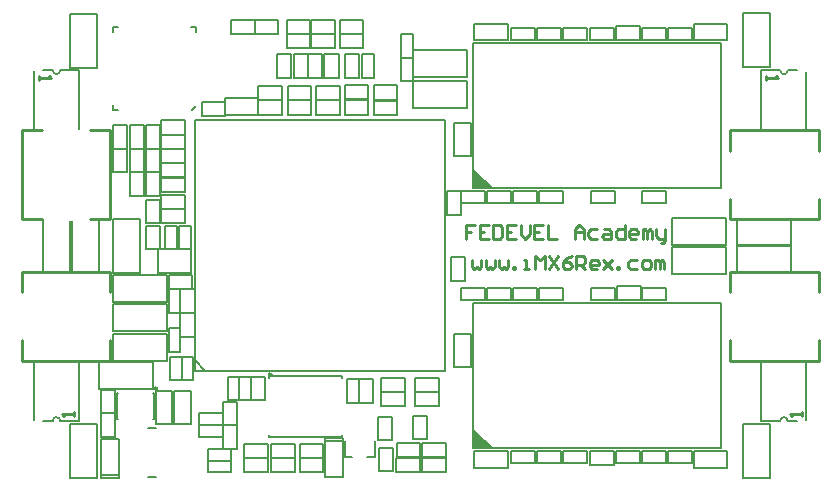
<source format=gto>
%FSLAX44Y44*%
%MOMM*%
G71*
G01*
G75*
G04 Layer_Color=65535*
%ADD10C,0.3500*%
%ADD11R,1.6000X3.9000*%
%ADD12R,5.2000X5.2000*%
%ADD13R,0.6000X0.2500*%
%ADD14R,0.2500X0.6000*%
%ADD15R,0.5000X0.6000*%
%ADD16R,0.2500X0.5000*%
%ADD17R,2.4000X0.8400*%
%ADD18R,3.4000X4.0000*%
%ADD19R,0.9000X0.4500*%
%ADD20R,0.6000X0.5000*%
%ADD21R,0.5000X0.5000*%
%ADD22R,0.5000X0.5000*%
%ADD23R,0.8000X0.8000*%
%ADD24R,0.7500X1.4000*%
%ADD25R,0.8000X0.8000*%
%ADD26R,1.8288X3.4290*%
%ADD27R,3.4290X1.8288*%
%ADD28R,0.9000X1.6000*%
%ADD29R,1.6000X0.9000*%
%ADD30R,1.2000X0.5800*%
%ADD31C,1.0160*%
%ADD32C,0.4000*%
%ADD33C,0.6350*%
%ADD34R,0.7000X0.9000*%
%ADD35C,0.0930*%
%ADD36C,0.3000*%
%ADD37C,0.0900*%
%ADD38C,0.2500*%
%ADD39C,0.4000*%
%ADD40C,0.1010*%
%ADD41C,0.2000*%
%ADD42C,0.5000*%
%ADD43C,0.7000*%
%ADD44C,5.0000*%
%ADD45C,0.2700*%
%ADD46C,0.4500*%
%ADD47C,0.1000*%
%ADD48C,3.6830*%
%ADD49C,0.0800*%
%ADD50C,0.6000*%
%ADD51C,0.8000*%
%ADD52C,0.0850*%
%ADD53C,1.2500*%
%ADD54R,1.9000X2.6000*%
%ADD55R,0.2800X2.2700*%
%ADD56R,2.5400X0.4300*%
%ADD57R,4.7000X0.4300*%
%ADD58R,1.3000X0.9000*%
%ADD59R,0.9000X1.3000*%
%ADD60R,0.5588X0.6858*%
%ADD61R,0.9000X0.7000*%
%ADD62R,1.8000X1.1250*%
%ADD63R,0.4800X0.2300*%
%ADD64R,0.4000X1.1900*%
%ADD65R,0.9000X1.1900*%
%ADD66R,3.3000X3.3000*%
%ADD67R,0.6000X0.2300*%
%ADD68R,0.2300X0.6000*%
%ADD69R,2.6000X1.9000*%
%ADD70R,1.0000X0.5500*%
%ADD71R,0.5500X1.0000*%
%ADD72C,0.3500*%
%ADD73C,0.2800*%
%ADD74C,0.2200*%
%ADD75C,0.4500*%
%ADD76C,0.1500*%
%ADD77C,0.2540*%
%ADD78C,0.1270*%
G36*
X410780Y28500D02*
X395000D01*
Y44000D01*
X395280D01*
X410780Y28500D01*
D02*
G37*
G36*
Y248500D02*
X395000D01*
Y264000D01*
X395280D01*
X410780Y248500D01*
D02*
G37*
D41*
X45175Y51600D02*
G03*
X38825Y51600I-3175J0D01*
G01*
Y348400D02*
G03*
X45175Y348400I3175J0D01*
G01*
X654825D02*
G03*
X661175Y348400I3175J0D01*
G01*
Y51600D02*
G03*
X654825Y51600I-3175J0D01*
G01*
X395000Y151500D02*
X605000D01*
X395000Y28500D02*
Y151500D01*
Y28500D02*
X605000D01*
Y151500D01*
X395000Y44280D02*
X410780Y28500D01*
X395000Y371500D02*
X605000D01*
X395000Y248500D02*
Y371500D01*
Y248500D02*
X605000D01*
Y371500D01*
X395000Y264280D02*
X410780Y248500D01*
X119500Y4000D02*
X126500D01*
X119500Y46000D02*
X126500D01*
X661175Y348400D02*
X669000D01*
X677050Y297600D02*
Y347000D01*
X238000Y311000D02*
Y323000D01*
X258000D01*
Y311000D02*
Y323000D01*
X238000Y311000D02*
X258000D01*
X123500Y75000D02*
X125000D01*
X123500Y53000D02*
X125000D01*
X93000D02*
X94500D01*
X93000Y75000D02*
X94500D01*
X93000Y53000D02*
Y75000D01*
X125000Y53000D02*
Y75000D01*
X222000Y90000D02*
X284000D01*
X222000Y38000D02*
X284000D01*
X222000Y88130D02*
Y90000D01*
X284000Y88130D02*
Y90000D01*
X222000Y38000D02*
Y39870D01*
X284000Y38000D02*
Y39870D01*
X376000Y190000D02*
X388000D01*
Y170000D02*
Y190000D01*
X376000Y170000D02*
X388000D01*
X376000D02*
Y190000D01*
X183000Y28000D02*
X195000D01*
X183000D02*
Y48000D01*
X195000D01*
Y28000D02*
Y48000D01*
X190000Y8000D02*
Y18000D01*
X170000D02*
X190000D01*
X170000Y8000D02*
Y18000D01*
Y8000D02*
X190000D01*
X170000Y18000D02*
X190000D01*
X170000D02*
Y28000D01*
X190000D01*
Y18000D02*
Y28000D01*
X187000Y69000D02*
X197000D01*
Y89000D01*
X187000D02*
X197000D01*
X187000Y69000D02*
Y89000D01*
X197000Y69000D02*
Y89000D01*
X207000D01*
Y69000D02*
Y89000D01*
X197000Y69000D02*
X207000D01*
X346000Y76000D02*
X366000D01*
Y88000D01*
X346000D02*
X366000D01*
X346000Y76000D02*
Y88000D01*
X350000Y21000D02*
Y33000D01*
X330000Y21000D02*
X350000D01*
X330000D02*
Y33000D01*
X350000D01*
X310750Y323700D02*
Y335700D01*
X330750D01*
Y323700D02*
Y335700D01*
X310750Y323700D02*
X330750D01*
X130000Y219000D02*
Y239000D01*
X118000D02*
X130000D01*
X118000Y219000D02*
Y239000D01*
Y219000D02*
X130000D01*
X118000Y197000D02*
X130000D01*
X118000D02*
Y217000D01*
X130000D01*
Y197000D02*
Y217000D01*
X210250Y379000D02*
Y391000D01*
X190250Y379000D02*
X210250D01*
X190250D02*
Y391000D01*
X210250D01*
X282000Y311000D02*
Y323000D01*
X262000Y311000D02*
X282000D01*
X262000D02*
Y323000D01*
X282000D01*
X138000Y86000D02*
X148000D01*
Y106000D01*
X138000D02*
X148000D01*
X138000Y86000D02*
Y106000D01*
X148000Y86000D02*
X158000D01*
Y106000D01*
X148000D02*
X158000D01*
X148000Y86000D02*
Y106000D01*
X130000Y242000D02*
Y262000D01*
X118000D02*
X130000D01*
X118000Y242000D02*
Y262000D01*
Y242000D02*
X130000D01*
X118000Y282000D02*
X130000D01*
Y262000D02*
Y282000D01*
X118000Y262000D02*
X130000D01*
X118000D02*
Y282000D01*
X151000Y282000D02*
Y294000D01*
X131000Y282000D02*
X151000D01*
X131000D02*
Y294000D01*
X151000D01*
X104000Y282000D02*
X116000D01*
X104000D02*
Y302000D01*
X116000D01*
Y282000D02*
Y302000D01*
X104000Y262000D02*
X116000D01*
Y242000D02*
Y262000D01*
X104000Y242000D02*
X116000D01*
X104000D02*
Y262000D01*
X116000Y262000D02*
Y282000D01*
X104000D02*
X116000D01*
X104000Y262000D02*
Y282000D01*
Y262000D02*
X116000D01*
X90000Y282000D02*
X102000D01*
Y262000D02*
Y282000D01*
X90000Y262000D02*
X102000D01*
X90000D02*
Y282000D01*
X102000D01*
X90000D02*
Y302000D01*
X102000D01*
Y282000D02*
Y302000D01*
X131000Y231000D02*
X151000D01*
X131000Y219000D02*
Y231000D01*
Y219000D02*
X151000D01*
Y231000D01*
Y245000D02*
Y257000D01*
X131000Y245000D02*
X151000D01*
X131000D02*
Y257000D01*
X151000D01*
X131000Y282000D02*
X151000D01*
X131000Y270000D02*
Y282000D01*
Y270000D02*
X151000D01*
Y282000D01*
X213000Y311000D02*
Y325000D01*
X185000Y311000D02*
X213000D01*
X185000D02*
Y325000D01*
X213000D01*
X165000Y310000D02*
X185000D01*
Y322000D01*
X165000D02*
X185000D01*
X165000Y310000D02*
Y322000D01*
X151000Y258000D02*
Y270000D01*
X131000Y258000D02*
X151000D01*
X131000D02*
Y270000D01*
X151000D01*
X131000Y243000D02*
X151000D01*
X131000Y231000D02*
Y243000D01*
Y231000D02*
X151000D01*
Y243000D01*
X137000Y110000D02*
X147000D01*
Y130000D01*
X137000D02*
X147000D01*
X137000Y110000D02*
Y130000D01*
X147000Y123000D02*
Y143000D01*
Y123000D02*
X159000D01*
Y143000D01*
X147000D02*
X159000D01*
X147000D02*
Y163000D01*
X137000Y143000D02*
X147000D01*
X137000D02*
Y163000D01*
X147000D01*
X157000D02*
Y175000D01*
X137000Y163000D02*
X157000D01*
X137000D02*
Y175000D01*
X157000D01*
X156000Y187000D02*
Y197000D01*
X128000D02*
X156000D01*
X128000Y177000D02*
Y197000D01*
Y177000D02*
X156000D01*
Y187000D01*
X94620Y3220D02*
Y36240D01*
X79380D02*
X94620D01*
X79380Y3220D02*
Y36240D01*
Y5760D02*
X94620D01*
X79380Y3220D02*
X94620D01*
X269380Y36780D02*
X284620D01*
X269380Y34240D02*
X284620D01*
Y3760D02*
Y36780D01*
X269380Y3760D02*
X284620D01*
X269380D02*
Y36780D01*
X396000Y26000D02*
X424000D01*
X396000Y12000D02*
Y26000D01*
Y12000D02*
X424000D01*
Y26000D01*
X582000Y12000D02*
Y26000D01*
X610000D01*
Y12000D02*
Y26000D01*
X582000Y12000D02*
X610000D01*
X396000Y388000D02*
X424000D01*
X396000Y374000D02*
Y388000D01*
Y374000D02*
X424000D01*
Y388000D01*
X582000Y374000D02*
Y388000D01*
X610000D01*
Y374000D02*
Y388000D01*
X582000Y374000D02*
X610000D01*
X379000Y97000D02*
Y125000D01*
Y97000D02*
X393000D01*
Y125000D01*
X379000D02*
X393000D01*
X379000Y276000D02*
X393000D01*
X379000D02*
Y304000D01*
X393000D01*
Y276000D02*
Y304000D01*
X126000Y49000D02*
X140000D01*
X126000D02*
Y77000D01*
X140000D01*
Y49000D02*
Y77000D01*
X156000Y49000D02*
Y77000D01*
X142000D02*
X156000D01*
X142000Y49000D02*
Y77000D01*
Y49000D02*
X156000D01*
X344140Y316570D02*
X389860D01*
X344140D02*
Y339430D01*
X389860D01*
Y316570D02*
Y339430D01*
Y342570D02*
Y365430D01*
X344140D02*
X389860D01*
X344140Y342570D02*
Y365430D01*
Y342570D02*
X389860D01*
X53570Y3140D02*
Y48860D01*
X76430D01*
Y3140D02*
Y48860D01*
X53570Y3140D02*
X76430D01*
X53570Y395860D02*
X76430D01*
X53570Y350140D02*
Y395860D01*
Y350140D02*
X76430D01*
Y395860D01*
X90140Y127570D02*
X135860D01*
X90140D02*
Y150430D01*
X135860D01*
Y127570D02*
Y150430D01*
Y152570D02*
Y175430D01*
X90140D02*
X135860D01*
X90140Y152570D02*
Y175430D01*
Y152570D02*
X135860D01*
X90140Y102570D02*
X135860D01*
X90140D02*
Y125430D01*
X135860D01*
Y102570D02*
Y125430D01*
X55570Y177140D02*
X78430D01*
Y222860D01*
X55570Y177140D02*
Y221000D01*
X30570Y177140D02*
Y222860D01*
X53430Y177140D02*
Y221000D01*
X30570Y177140D02*
X53430D01*
X78140Y78570D02*
Y101430D01*
Y78570D02*
X123860D01*
Y101430D01*
X78140D02*
X123860D01*
X646430Y351140D02*
Y396860D01*
X623570Y351140D02*
X646430D01*
X623570D02*
Y396860D01*
X646430D01*
X623570Y3140D02*
X646430D01*
Y48860D01*
X623570D02*
X646430D01*
X623570Y3140D02*
Y48860D01*
X89570Y177140D02*
Y222860D01*
X112430D01*
Y177140D02*
Y222860D01*
X89570Y177140D02*
X112430D01*
X563140Y200570D02*
Y223430D01*
Y200570D02*
X608860D01*
Y223430D01*
X563140D02*
X608860D01*
X618140Y199570D02*
X663860D01*
X618140D02*
Y222430D01*
X663860D01*
Y199570D02*
Y222430D01*
Y177570D02*
Y200430D01*
X618140D02*
X663860D01*
X618140Y177570D02*
Y200430D01*
Y177570D02*
X663860D01*
X563140Y198430D02*
X608860D01*
Y175570D02*
Y198430D01*
X563140Y175570D02*
X608860D01*
X563140D02*
Y198430D01*
X344000Y339000D02*
Y359000D01*
X334000Y339000D02*
X344000D01*
X334000D02*
Y359000D01*
X344000D01*
X334000D02*
X344000D01*
Y379000D01*
X334000D02*
X344000D01*
X334000Y359000D02*
Y379000D01*
X427000Y384000D02*
X447000D01*
Y374000D02*
Y384000D01*
X427000Y374000D02*
X447000D01*
X427000D02*
Y384000D01*
X495000Y164000D02*
X515000D01*
Y154000D02*
Y164000D01*
X495000Y154000D02*
X515000D01*
X495000D02*
Y164000D01*
X494000Y374000D02*
Y384000D01*
Y374000D02*
X514000D01*
Y384000D01*
X494000D02*
X514000D01*
X495000Y246000D02*
X515000D01*
Y236000D02*
Y246000D01*
X495000Y236000D02*
X515000D01*
X495000D02*
Y246000D01*
X427000Y16000D02*
X447000D01*
X427000D02*
Y26000D01*
X447000D01*
Y16000D02*
Y26000D01*
X449000Y16000D02*
Y26000D01*
Y16000D02*
X469000D01*
Y26000D01*
X449000D02*
X469000D01*
X471000D02*
X491000D01*
Y16000D02*
Y26000D01*
X471000Y16000D02*
X491000D01*
X471000D02*
Y26000D01*
X558000Y16000D02*
Y26000D01*
X538000D02*
X558000D01*
X538000Y16000D02*
Y26000D01*
Y16000D02*
X558000D01*
X471000Y384000D02*
X491000D01*
Y374000D02*
Y384000D01*
X471000Y374000D02*
X491000D01*
X471000D02*
Y384000D01*
X580000Y374000D02*
Y384000D01*
X560000D02*
X580000D01*
X560000Y374000D02*
Y384000D01*
Y374000D02*
X580000D01*
X449000Y384000D02*
X469000D01*
Y374000D02*
Y384000D01*
X449000Y374000D02*
X469000D01*
X449000D02*
Y384000D01*
X558000Y374000D02*
Y384000D01*
X538000D02*
X558000D01*
X538000Y374000D02*
Y384000D01*
Y374000D02*
X558000D01*
X385000Y246000D02*
X405000D01*
Y236000D02*
Y246000D01*
X385000Y236000D02*
X405000D01*
X385000D02*
Y246000D01*
X407000Y236000D02*
Y246000D01*
Y236000D02*
X427000D01*
Y246000D01*
X407000D02*
X427000D01*
X560000Y16000D02*
X580000D01*
X560000D02*
Y26000D01*
X580000D01*
Y16000D02*
Y26000D01*
X558000Y154000D02*
Y164000D01*
X538000D02*
X558000D01*
X538000Y154000D02*
Y164000D01*
Y154000D02*
X558000D01*
X451000Y164000D02*
X471000D01*
Y154000D02*
Y164000D01*
X451000Y154000D02*
X471000D01*
X451000D02*
Y164000D01*
X407000Y154000D02*
Y164000D01*
Y154000D02*
X427000D01*
Y164000D01*
X407000D02*
X427000D01*
X429000D02*
X449000D01*
Y154000D02*
Y164000D01*
X429000Y154000D02*
X449000D01*
X429000D02*
Y164000D01*
X385000Y154000D02*
Y164000D01*
Y154000D02*
X405000D01*
Y164000D01*
X385000D02*
X405000D01*
X429000Y246000D02*
X449000D01*
Y236000D02*
Y246000D01*
X429000Y236000D02*
X449000D01*
X429000D02*
Y246000D01*
X558000Y236000D02*
Y246000D01*
X538000D02*
X558000D01*
X538000Y236000D02*
Y246000D01*
Y236000D02*
X558000D01*
X451000Y246000D02*
X471000D01*
Y236000D02*
Y246000D01*
X451000Y236000D02*
X471000D01*
X451000D02*
Y246000D01*
X156000Y197000D02*
Y217000D01*
X146000Y197000D02*
X156000D01*
X146000D02*
Y217000D01*
X156000D01*
X134000D02*
X144000D01*
X134000Y197000D02*
Y217000D01*
Y197000D02*
X144000D01*
Y217000D01*
X288000Y67000D02*
X298000D01*
Y87000D01*
X288000D02*
X298000D01*
X288000Y67000D02*
Y87000D01*
X301000Y342000D02*
Y362000D01*
X311000D01*
Y342000D02*
Y362000D01*
X301000Y342000D02*
X311000D01*
X61050Y51600D02*
Y102400D01*
X22950D02*
X61050D01*
X22950Y52000D02*
Y102400D01*
X31000Y51600D02*
X38825D01*
X45175D02*
X61050D01*
X22950Y297600D02*
Y348000D01*
X61050Y299000D02*
Y348400D01*
X45175D02*
X61050D01*
X31000D02*
X38825D01*
X638950Y297600D02*
Y348400D01*
Y297600D02*
X677050D01*
X638950Y348400D02*
X654825D01*
X677050Y52000D02*
Y102400D01*
X638950D02*
X677050D01*
X638950Y51600D02*
Y102400D01*
Y51600D02*
X654825D01*
X661175D02*
X669000D01*
X159000Y94000D02*
Y306000D01*
X371000D01*
Y94000D02*
Y306000D01*
X159000Y94000D02*
X371000D01*
X159000Y103000D02*
X168000Y94000D01*
X224000Y8000D02*
X244000D01*
Y20000D01*
X224000D02*
X244000D01*
X224000Y8000D02*
Y20000D01*
X537000Y154000D02*
Y166000D01*
X517000Y154000D02*
X537000D01*
X517000D02*
Y166000D01*
X537000D01*
X536000Y374000D02*
Y386000D01*
X516000Y374000D02*
X536000D01*
X516000D02*
Y386000D01*
X536000D01*
X346000Y64000D02*
Y76000D01*
X366000D01*
Y64000D02*
Y76000D01*
X346000Y64000D02*
X366000D01*
X221000Y20000D02*
Y32000D01*
X201000Y20000D02*
X221000D01*
X201000D02*
Y32000D01*
X221000D01*
X131000Y306000D02*
X151000D01*
X131000Y294000D02*
Y306000D01*
Y294000D02*
X151000D01*
Y306000D01*
X257000Y379000D02*
Y391000D01*
X237000Y379000D02*
X257000D01*
X237000D02*
Y391000D01*
X257000D01*
X210000Y379000D02*
X230000D01*
Y391000D01*
X210000D02*
X230000D01*
X210000Y379000D02*
Y391000D01*
X130000Y282000D02*
Y302000D01*
X118000D02*
X130000D01*
X118000Y282000D02*
Y302000D01*
Y282000D02*
X130000D01*
X237000Y367000D02*
X257000D01*
Y379000D01*
X237000D02*
X257000D01*
X237000Y367000D02*
Y379000D01*
X298000Y87000D02*
X310000D01*
Y67000D02*
Y87000D01*
X298000Y67000D02*
X310000D01*
X298000D02*
Y87000D01*
X219000Y69000D02*
Y89000D01*
X207000D02*
X219000D01*
X207000Y69000D02*
Y89000D01*
Y69000D02*
X219000D01*
X315000Y9000D02*
X327000D01*
X315000D02*
Y29000D01*
X327000D01*
Y9000D02*
Y29000D01*
X314000Y35000D02*
Y55000D01*
Y35000D02*
X326000D01*
Y55000D01*
X314000D02*
X326000D01*
X80000Y38000D02*
Y58000D01*
Y38000D02*
X92000D01*
Y58000D01*
X80000D02*
X92000D01*
X80000Y78000D02*
X92000D01*
Y58000D02*
Y78000D01*
X80000Y58000D02*
X92000D01*
X80000D02*
Y78000D01*
X494000Y14000D02*
X514000D01*
Y26000D01*
X494000D02*
X514000D01*
X494000Y14000D02*
Y26000D01*
X286000Y311000D02*
X306000D01*
Y323000D01*
X286000D02*
X306000D01*
X286000Y311000D02*
Y323000D01*
X282000Y379000D02*
Y391000D01*
X302000D01*
Y379000D02*
Y391000D01*
X282000Y379000D02*
X302000D01*
X298000Y342000D02*
Y362000D01*
X286000D02*
X298000D01*
X286000Y342000D02*
Y362000D01*
Y342000D02*
X298000D01*
X224000Y20000D02*
Y32000D01*
X244000D01*
Y20000D02*
Y32000D01*
X224000Y20000D02*
X244000D01*
X238000Y323000D02*
Y335000D01*
X258000D01*
Y323000D02*
Y335000D01*
X238000Y323000D02*
X258000D01*
X233000Y311000D02*
Y323000D01*
X213000Y311000D02*
X233000D01*
X213000D02*
Y323000D01*
X233000D01*
X255000Y362000D02*
X267000D01*
Y342000D02*
Y362000D01*
X255000Y342000D02*
X267000D01*
X255000D02*
Y362000D01*
X213000Y323000D02*
Y335000D01*
X233000D01*
Y323000D02*
Y335000D01*
X213000Y323000D02*
X233000D01*
X311700Y21015D02*
Y34985D01*
X286300Y21015D02*
Y34985D01*
X305350Y21015D02*
X311700D01*
X286300D02*
X292650D01*
X371875Y8075D02*
Y20075D01*
X351875Y8075D02*
X371875D01*
X351875D02*
Y20075D01*
X371875D01*
X372000Y21000D02*
Y33000D01*
X352000Y21000D02*
X372000D01*
X352000D02*
Y33000D01*
X372000D01*
X373000Y226000D02*
X385000D01*
X373000D02*
Y246000D01*
X385000D01*
Y226000D02*
Y246000D01*
X310750Y322700D02*
X330750D01*
X310750Y310700D02*
Y322700D01*
Y310700D02*
X330750D01*
Y322700D01*
X262000Y335000D02*
X282000D01*
X262000Y323000D02*
Y335000D01*
Y323000D02*
X282000D01*
Y335000D01*
X286000Y324000D02*
X306000D01*
Y336000D01*
X286000D02*
X306000D01*
X286000Y324000D02*
Y336000D01*
X269000Y342000D02*
X281000D01*
X269000D02*
Y362000D01*
X281000D01*
Y342000D02*
Y362000D01*
X255000Y342000D02*
Y362000D01*
X243000D02*
X255000D01*
X243000Y342000D02*
Y362000D01*
Y342000D02*
X255000D01*
X229000D02*
Y362000D01*
Y342000D02*
X241000D01*
Y362000D01*
X229000D02*
X241000D01*
X258000Y391000D02*
X278000D01*
X258000Y379000D02*
Y391000D01*
Y379000D02*
X278000D01*
Y391000D01*
Y367000D02*
Y379000D01*
X258000Y367000D02*
X278000D01*
X258000D02*
Y379000D01*
X278000D01*
X248000Y20000D02*
Y32000D01*
X268000D01*
Y20000D02*
Y32000D01*
X248000Y20000D02*
X268000D01*
X201000Y20000D02*
X221000D01*
X201000Y8000D02*
Y20000D01*
Y8000D02*
X221000D01*
Y20000D01*
X282000Y367000D02*
Y379000D01*
X302000D01*
Y367000D02*
Y379000D01*
X282000Y367000D02*
X302000D01*
X317125Y63850D02*
X337125D01*
Y75850D01*
X317125D02*
X337125D01*
X317125Y63850D02*
Y75850D01*
X344000Y36000D02*
Y56000D01*
Y36000D02*
X356000D01*
Y56000D01*
X344000D02*
X356000D01*
X329875Y20075D02*
X349875D01*
X329875Y8075D02*
Y20075D01*
Y8075D02*
X349875D01*
Y20075D01*
X163000Y38000D02*
X183000D01*
X163000D02*
Y48000D01*
X183000D01*
Y38000D02*
Y48000D01*
X183000Y48000D02*
Y58000D01*
X163000D02*
X183000D01*
X163000Y48000D02*
Y58000D01*
Y48000D02*
X183000D01*
Y68000D01*
Y48000D02*
X195000D01*
Y68000D01*
X183000D02*
X195000D01*
X317125Y75725D02*
Y87725D01*
X337125D01*
Y75725D02*
Y87725D01*
X317125Y75725D02*
X337125D01*
X516000Y16000D02*
Y26000D01*
Y16000D02*
X536000D01*
Y26000D01*
X516000D02*
X536000D01*
X147000Y143000D02*
X159000D01*
X147000D02*
Y163000D01*
X159000D01*
Y143000D02*
Y163000D01*
X248000Y20000D02*
X268000D01*
X248000Y8000D02*
Y20000D01*
Y8000D02*
X268000D01*
Y20000D01*
D74*
X394000Y187664D02*
Y181916D01*
X395916Y180000D01*
X397832Y181916D01*
X399748Y180000D01*
X401664Y181916D01*
Y187664D01*
X405496D02*
Y181916D01*
X407412Y180000D01*
X409328Y181916D01*
X411244Y180000D01*
X413161Y181916D01*
Y187664D01*
X416993D02*
Y181916D01*
X418909Y180000D01*
X420825Y181916D01*
X422741Y180000D01*
X424657Y181916D01*
Y187664D01*
X428489Y180000D02*
Y181916D01*
X430405D01*
Y180000D01*
X428489D01*
X438069D02*
X441901D01*
X439985D01*
Y187664D01*
X438069D01*
X447649Y180000D02*
Y191496D01*
X451482Y187664D01*
X455314Y191496D01*
Y180000D01*
X459146Y191496D02*
X466810Y180000D01*
Y191496D02*
X459146Y180000D01*
X478306Y191496D02*
X474474Y189580D01*
X470642Y185748D01*
Y181916D01*
X472558Y180000D01*
X476390D01*
X478306Y181916D01*
Y183832D01*
X476390Y185748D01*
X470642D01*
X482138Y180000D02*
Y191496D01*
X487886D01*
X489802Y189580D01*
Y185748D01*
X487886Y183832D01*
X482138D01*
X485970D02*
X489802Y180000D01*
X499383D02*
X495551D01*
X493634Y181916D01*
Y185748D01*
X495551Y187664D01*
X499383D01*
X501299Y185748D01*
Y183832D01*
X493634D01*
X505131Y187664D02*
X512795Y180000D01*
X508963Y183832D01*
X512795Y187664D01*
X505131Y180000D01*
X516627D02*
Y181916D01*
X518543D01*
Y180000D01*
X516627D01*
X533872Y187664D02*
X528123D01*
X526207Y185748D01*
Y181916D01*
X528123Y180000D01*
X533872D01*
X539620D02*
X543452D01*
X545368Y181916D01*
Y185748D01*
X543452Y187664D01*
X539620D01*
X537704Y185748D01*
Y181916D01*
X539620Y180000D01*
X549200D02*
Y187664D01*
X551116D01*
X553032Y185748D01*
Y180000D01*
Y185748D01*
X554948Y187664D01*
X556864Y185748D01*
Y180000D01*
D77*
X127000Y79000D02*
G03*
X127000Y79000I-1000J0D01*
G01*
X224000Y91000D02*
G03*
X224000Y91000I-1000J0D01*
G01*
X12500Y160320D02*
Y177500D01*
Y102500D02*
Y119680D01*
X87500Y102500D02*
Y119680D01*
Y160320D02*
Y177500D01*
X12500D02*
X87500D01*
X12500Y102500D02*
X87500D01*
Y222500D02*
Y297500D01*
X12500Y222500D02*
Y297500D01*
X29680D01*
X70320D02*
X87500D01*
X70320Y222500D02*
X87500D01*
X12500D02*
X29680D01*
X687500D02*
Y239680D01*
Y280320D02*
Y297500D01*
X612500Y280320D02*
Y297500D01*
Y222500D02*
Y239680D01*
Y222500D02*
X687500D01*
X612500Y297500D02*
X687500D01*
X612500Y102500D02*
X687500D01*
X612500Y177500D02*
X687500D01*
Y160320D02*
Y177500D01*
Y102500D02*
Y119680D01*
X612500Y102500D02*
Y119680D01*
Y160320D02*
Y177500D01*
X57000Y56000D02*
Y59386D01*
Y57693D01*
X46843D01*
X48536Y56000D01*
X27000Y344000D02*
Y340614D01*
Y342307D01*
X37157D01*
X35464Y344000D01*
X643000D02*
Y340614D01*
Y342307D01*
X653157D01*
X651464Y344000D01*
X673000Y56000D02*
Y59386D01*
Y57693D01*
X662843D01*
X664536Y56000D01*
X396664Y217496D02*
X389000D01*
Y211748D01*
X392832D01*
X389000D01*
Y206000D01*
X408161Y217496D02*
X400496D01*
Y206000D01*
X408161D01*
X400496Y211748D02*
X404328D01*
X411993Y217496D02*
Y206000D01*
X417741D01*
X419657Y207916D01*
Y215580D01*
X417741Y217496D01*
X411993D01*
X431153D02*
X423489D01*
Y206000D01*
X431153D01*
X423489Y211748D02*
X427321D01*
X434985Y217496D02*
Y209832D01*
X438817Y206000D01*
X442649Y209832D01*
Y217496D01*
X454146D02*
X446482D01*
Y206000D01*
X454146D01*
X446482Y211748D02*
X450314D01*
X457978Y217496D02*
Y206000D01*
X465642D01*
X480970D02*
Y213664D01*
X484803Y217496D01*
X488635Y213664D01*
Y206000D01*
Y211748D01*
X480970D01*
X500131Y213664D02*
X494383D01*
X492467Y211748D01*
Y207916D01*
X494383Y206000D01*
X500131D01*
X505879Y213664D02*
X509711D01*
X511627Y211748D01*
Y206000D01*
X505879D01*
X503963Y207916D01*
X505879Y209832D01*
X511627D01*
X523123Y217496D02*
Y206000D01*
X517375D01*
X515459Y207916D01*
Y211748D01*
X517375Y213664D01*
X523123D01*
X532704Y206000D02*
X528872D01*
X526955Y207916D01*
Y211748D01*
X528872Y213664D01*
X532704D01*
X534620Y211748D01*
Y209832D01*
X526955D01*
X538452Y206000D02*
Y213664D01*
X540368D01*
X542284Y211748D01*
Y206000D01*
Y211748D01*
X544200Y213664D01*
X546116Y211748D01*
Y206000D01*
X549948Y213664D02*
Y207916D01*
X551864Y206000D01*
X557612D01*
Y204084D01*
X555696Y202168D01*
X553780D01*
X557612Y206000D02*
Y213664D01*
D78*
X90000Y385000D02*
X94000D01*
X90000Y381000D02*
Y385000D01*
X160000Y381000D02*
Y385000D01*
X156000D02*
X160000D01*
X157000Y315000D02*
X160000Y318000D01*
X90000Y315000D02*
X94000D01*
X90000D02*
Y319000D01*
M02*

</source>
